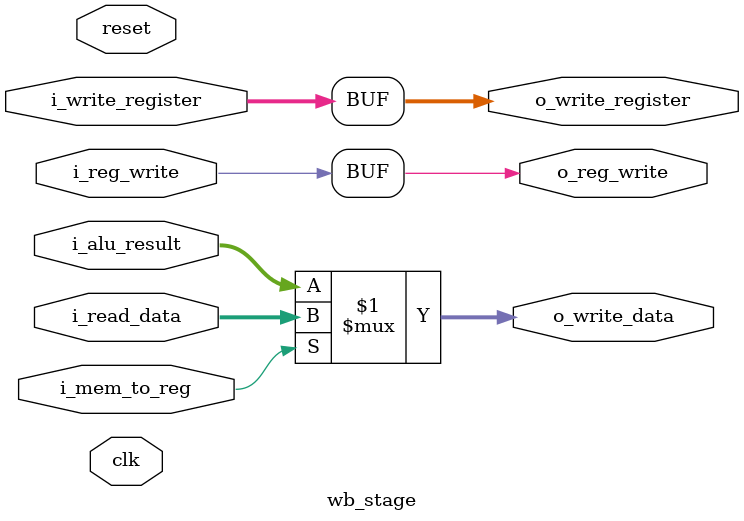
<source format=v>
`timescale 1ns / 1ps
`include "../mips_pkg.vh"

module wb_stage(
  input  wire        clk,
  input  wire        reset,
  
  // Entradas desde MEM/WB
  input  wire [31:0] i_alu_result,     // Resultado de la ALU
  input  wire [31:0] i_read_data,      // Dato leído de memoria
  input  wire [4:0]  i_write_register, // Registro destino
  input  wire        i_reg_write,      // Control de escritura en registros
  input  wire        i_mem_to_reg,     // Selección entre ALU o memoria
  
  // Salidas para retroalimentación
  output wire [31:0] o_write_data,     // Dato a escribir en el banco de registros
  output wire [4:0]  o_write_register, // Registro destino
  output wire        o_reg_write       // Control de escritura en registros
);

  // Selecciona el dato a escribir en el banco de registros
  assign o_write_data = (i_mem_to_reg) ? i_read_data : i_alu_result;
  
  // Propagar las señales de control
  assign o_write_register = i_write_register;
  assign o_reg_write = i_reg_write;

endmodule

</source>
